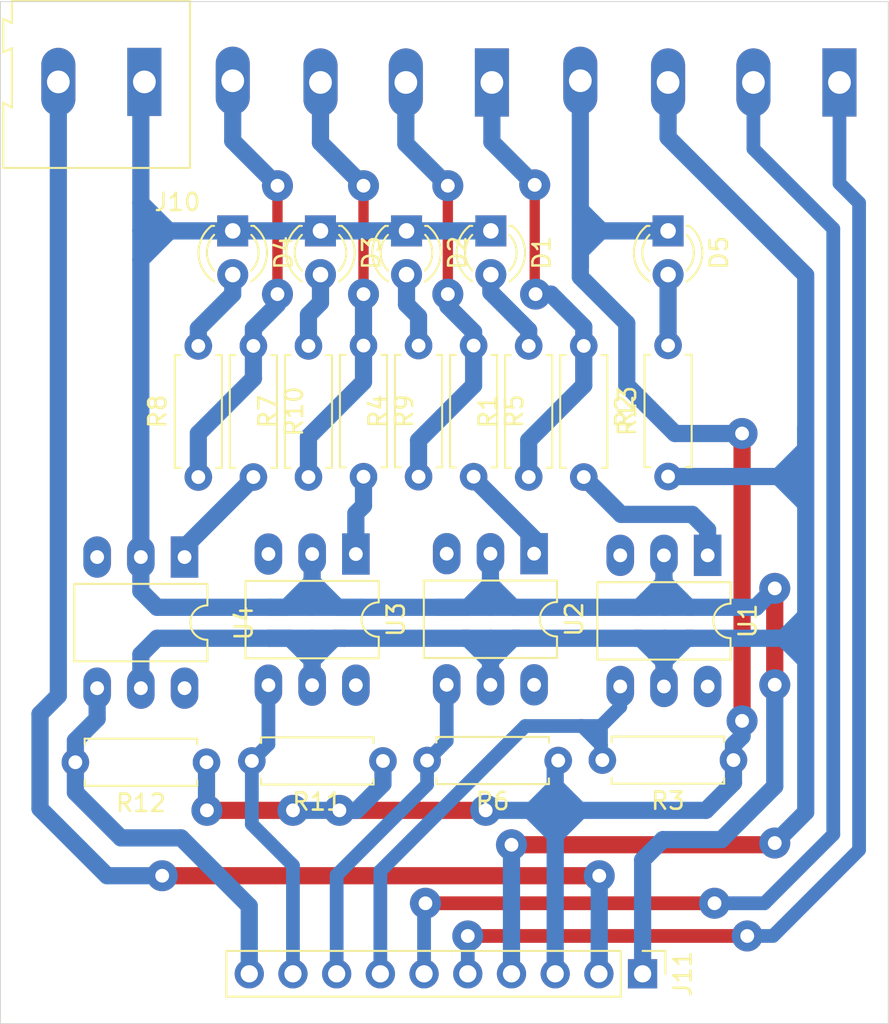
<source format=kicad_pcb>
(kicad_pcb (version 20240108) (generator "pcbnew") (generator_version "8.0")
  (layers (0 "F.Cu" signal) (31 "B.Cu" signal) (34 "B.Paste" user) (35 "F.Paste" user) (36 "B.SilkS" user "B.Silkscreen") (37 "F.SilkS" user "F.Silkscreen") (38 "B.Mask" user) (39 "F.Mask" user) (44 "Edge.Cuts" user))
  (net 0 "")
  (net 1 "/DI3m")
  (net 2 "/DI1m")
  (net 3 "GND")
  (net 4 "/DI0m")
  (net 5 "+5V")
  (net 6 "/AI0")
  (net 7 "/AI1")
  (net 8 "/DI2m")
  (net 9 "Net-(D1-A)")
  (net 10 "GND1")
  (net 11 "Net-(D2-A)")
  (net 12 "Net-(D3-A)")
  (net 13 "Net-(D4-A)")
  (net 14 "/DI0")
  (net 15 "/DI3")
  (net 16 "/DI1")
  (net 17 "/DI2")
  (net 18 "VDD")
  (net 19 "Net-(R2-Pad2)")
  (net 20 "Net-(R5-Pad2)")
  (net 21 "Net-(R9-Pad2)")
  (net 22 "Net-(R10-Pad2)")
  (net 31 "Net-(D5-A)")
  (footprint "Resistor_THT:R_Axial_DIN0207_L6.3mm_D2.5mm_P7.62mm_Horizontal" (layer "F.Cu") (at 114 95.38 180)
    (property "Reference" "R3" (at 3.81 -2.37 0) (layer "F.SilkS"))
    (property "Value" "2.2k")
    (pad "1" thru_hole circle (at 0 0 180) (size 1.6 1.6) (drill 0.8) (layers "*.Cu" "*.Mask") (net 3 "GND"))
    (pad "2" thru_hole oval (at 7.62 0 180) (size 1.6 1.6) (drill 0.8) (layers "*.Cu" "*.Mask") (net 1 "/DI3m"))
  )
  (footprint "Resistor_THT:R_Axial_DIN0207_L6.3mm_D2.5mm_P7.62mm_Horizontal" (layer "F.Cu") (at 89.3 78.93 90)
    (property "Reference" "R7" (at 3.81 -2.37 90) (layer "F.SilkS"))
    (property "Value" "2.2k")
    (pad "1" thru_hole circle (at 0 0 90) (size 1.6 1.6) (drill 0.8) (layers "*.Cu" "*.Mask") (net 16 "/DI1"))
    (pad "2" thru_hole oval (at 7.62 0 90) (size 1.6 1.6) (drill 0.8) (layers "*.Cu" "*.Mask") (net 12 "Net-(D3-A)"))
  )
  (footprint "Resistor_THT:R_Axial_DIN0207_L6.3mm_D2.5mm_P7.62mm_Horizontal" (layer "F.Cu") (at 92.5 71.29 -90)
    (property "Reference" "R9" (at 3.81 -2.37 90) (layer "F.SilkS"))
    (property "Value" "2.2k")
    (pad "1" thru_hole circle (at 0 0 270) (size 1.6 1.6) (drill 0.8) (layers "*.Cu" "*.Mask") (net 16 "/DI1"))
    (pad "2" thru_hole oval (at 7.62 0 270) (size 1.6 1.6) (drill 0.8) (layers "*.Cu" "*.Mask") (net 21 "Net-(R9-Pad2)"))
  )
  (footprint "Resistor_THT:R_Axial_DIN0207_L6.3mm_D2.5mm_P7.62mm_Horizontal" (layer "F.Cu") (at 98.9 71.29 -90)
    (property "Reference" "R5" (at 3.81 -2.37 90) (layer "F.SilkS"))
    (property "Value" "2.2k")
    (pad "1" thru_hole circle (at 0 0 270) (size 1.6 1.6) (drill 0.8) (layers "*.Cu" "*.Mask") (net 17 "/DI2"))
    (pad "2" thru_hole oval (at 7.62 0 270) (size 1.6 1.6) (drill 0.8) (layers "*.Cu" "*.Mask") (net 20 "Net-(R5-Pad2)"))
  )
  (footprint "Package_DIP:DIP-6_W7.62mm_LongPads" (layer "F.Cu") (at 92.055 83.405 -90)
    (property "Reference" "U3" (at 3.81 -2.33 90) (layer "F.SilkS"))
    (property "Value" "4N35")
    (pad "1" thru_hole rect (at 0 0 270) (size 2.4 1.6) (drill 0.8) (layers "*.Cu" "*.Mask") (net 21 "Net-(R9-Pad2)"))
    (pad "2" thru_hole oval (at 0 2.54 270) (size 2.4 1.6) (drill 0.8) (layers "*.Cu" "*.Mask") (net 10 "GND1"))
    (pad "3" thru_hole oval (at 0 5.08 270) (size 2.4 1.6) (drill 0.8) (layers "*.Cu" "*.Mask"))
    (pad "4" thru_hole oval (at 7.62 5.08 270) (size 2.4 1.6) (drill 0.8) (layers "*.Cu" "*.Mask") (net 2 "/DI1m"))
    (pad "5" thru_hole oval (at 7.62 2.54 270) (size 2.4 1.6) (drill 0.8) (layers "*.Cu" "*.Mask") (net 5 "+5V"))
    (pad "6" thru_hole oval (at 7.62 0 270) (size 2.4 1.6) (drill 0.8) (layers "*.Cu" "*.Mask"))
  )
  (footprint "Resistor_THT:R_Axial_DIN0207_L6.3mm_D2.5mm_P7.62mm_Horizontal" (layer "F.Cu") (at 95.7 78.91 90)
    (property "Reference" "R4" (at 3.81 -2.37 90) (layer "F.SilkS"))
    (property "Value" "2.2k")
    (pad "1" thru_hole circle (at 0 0 90) (size 1.6 1.6) (drill 0.8) (layers "*.Cu" "*.Mask") (net 17 "/DI2"))
    (pad "2" thru_hole oval (at 7.62 0 90) (size 1.6 1.6) (drill 0.8) (layers "*.Cu" "*.Mask") (net 11 "Net-(D2-A)"))
  )
  (footprint "Resistor_THT:R_Axial_DIN0207_L6.3mm_D2.5mm_P7.62mm_Horizontal" (layer "F.Cu") (at 86.1 71.31 -90)
    (property "Reference" "R10" (at 3.81 -2.37 90) (layer "F.SilkS"))
    (property "Value" "2.2k")
    (pad "1" thru_hole circle (at 0 0 270) (size 1.6 1.6) (drill 0.8) (layers "*.Cu" "*.Mask") (net 14 "/DI0"))
    (pad "2" thru_hole oval (at 7.62 0 270) (size 1.6 1.6) (drill 0.8) (layers "*.Cu" "*.Mask") (net 22 "Net-(R10-Pad2)"))
  )
  (footprint "Resistor_THT:R_Axial_DIN0207_L6.3mm_D2.5mm_P7.62mm_Horizontal" (layer "F.Cu") (at 102.1 78.93 90)
    (property "Reference" "R1" (at 3.81 -2.37 90) (layer "F.SilkS"))
    (property "Value" "2.2k")
    (pad "1" thru_hole circle (at 0 0 90) (size 1.6 1.6) (drill 0.8) (layers "*.Cu" "*.Mask") (net 15 "/DI3"))
    (pad "2" thru_hole oval (at 7.62 0 90) (size 1.6 1.6) (drill 0.8) (layers "*.Cu" "*.Mask") (net 9 "Net-(D1-A)"))
  )
  (footprint "Resistor_THT:R_Axial_DIN0207_L6.3mm_D2.5mm_P7.62mm_Horizontal" (layer "F.Cu") (at 110.2 78.9 90)
    (property "Reference" "R13" (at 3.81 -2.37 90) (layer "F.SilkS"))
    (property "Value" "1k")
    (pad "1" thru_hole circle (at 0 0 90) (size 1.6 1.6) (drill 0.8) (layers "*.Cu" "*.Mask") (net 5 "+5V"))
    (pad "2" thru_hole oval (at 7.62 0 90) (size 1.6 1.6) (drill 0.8) (layers "*.Cu" "*.Mask") (net 31 "Net-(D5-A)"))
  )
  (footprint "LED_THT:LED_D3.0mm_IRBlack" (layer "F.Cu") (at 90 64.625 -90)
    (property "Reference" "D3" (at 1.27 -2.96 90) (layer "F.SilkS"))
    (property "Value" "DI1")
    (pad "1" thru_hole rect (at 0 0 270) (size 1.8 1.8) (drill 0.9) (layers "*.Cu" "*.Mask") (net 10 "GND1"))
    (pad "2" thru_hole circle (at 2.54 0 270) (size 1.8 1.8) (drill 0.9) (layers "*.Cu" "*.Mask") (net 12 "Net-(D3-A)"))
  )
  (footprint "Package_DIP:DIP-6_W7.62mm_LongPads" (layer "F.Cu") (at 82.1 83.58 -90)
    (property "Reference" "U4" (at 3.835 -3.445 90) (layer "F.SilkS"))
    (property "Value" "4N35")
    (pad "1" thru_hole rect (at 0 0 270) (size 2.4 1.6) (drill 0.8) (layers "*.Cu" "*.Mask") (net 22 "Net-(R10-Pad2)"))
    (pad "2" thru_hole oval (at 0 2.54 270) (size 2.4 1.6) (drill 0.8) (layers "*.Cu" "*.Mask") (net 10 "GND1"))
    (pad "3" thru_hole oval (at 0 5.08 270) (size 2.4 1.6) (drill 0.8) (layers "*.Cu" "*.Mask"))
    (pad "4" thru_hole oval (at 7.62 5.08 270) (size 2.4 1.6) (drill 0.8) (layers "*.Cu" "*.Mask") (net 4 "/DI0m"))
    (pad "5" thru_hole oval (at 7.62 2.54 270) (size 2.4 1.6) (drill 0.8) (layers "*.Cu" "*.Mask") (net 5 "+5V"))
    (pad "6" thru_hole oval (at 7.62 0 270) (size 2.4 1.6) (drill 0.8) (layers "*.Cu" "*.Mask"))
  )
  (footprint "Borneras:TerminalBlock_Altech_AK300-2_P5.00mm" (layer "F.Cu") (at 79.765 55.9675 180)
    (property "Reference" "J10" (at -1.92 -6.99 0) (layer "F.SilkS"))
    (property "Value" "PWR_OUT")
    (pad "1" thru_hole rect (at 0 0 180) (size 1.98 3.96) (drill 1.32) (layers "*.Cu" "*.Mask") (net 10 "GND1"))
    (pad "2" thru_hole oval (at 5 0 180) (size 1.98 3.96) (drill 1.32) (layers "*.Cu" "*.Mask") (net 18 "VDD"))
  )
  (footprint "Resistor_THT:R_Axial_DIN0207_L6.3mm_D2.5mm_P7.62mm_Horizontal" (layer "F.Cu") (at 103.815 95.405 180)
    (property "Reference" "R6" (at 3.81 -2.37 0) (layer "F.SilkS"))
    (property "Value" "2.2k")
    (pad "1" thru_hole circle (at 0 0 180) (size 1.6 1.6) (drill 0.8) (layers "*.Cu" "*.Mask") (net 3 "GND"))
    (pad "2" thru_hole oval (at 7.62 0 180) (size 1.6 1.6) (drill 0.8) (layers "*.Cu" "*.Mask") (net 8 "/DI2m"))
  )
  (footprint "Borneras:TerminalBlock_Altech_AK300-4_P5.00mm" (layer "F.Cu") (at 120.2 55.9 180)
    (property "Reference" "J3" (hide yes))
    (property "Value" "AI")
    (pad "1" thru_hole rect (at 0.04 -0.1 180) (size 1.98 3.96) (drill 1.32) (layers "*.Cu" "*.Mask") (net 7 "/AI1"))
    (pad "2" thru_hole oval (at 5.04 -0.1 180) (size 1.98 3.96) (drill 1.32) (layers "*.Cu" "*.Mask") (net 6 "/AI0"))
    (pad "3" thru_hole oval (at 10 -0.1 180) (size 1.98 3.96) (drill 1.32) (layers "*.Cu" "*.Mask") (net 5 "+5V"))
    (pad "4" thru_hole oval (at 15.1 0 180) (size 1.98 3.96) (drill 1.32) (layers "*.Cu" "*.Mask") (net 3 "GND"))
  )
  (footprint "Borneras:TerminalBlock_Altech_AK300-4_P5.00mm" (layer "F.Cu") (at 100 55.9 180)
    (property "Reference" "J2" (hide yes))
    (property "Value" "DI")
    (pad "1" thru_hole rect (at 0.04 -0.1 180) (size 1.98 3.96) (drill 1.32) (layers "*.Cu" "*.Mask") (net 15 "/DI3"))
    (pad "2" thru_hole oval (at 5.04 -0.1 180) (size 1.98 3.96) (drill 1.32) (layers "*.Cu" "*.Mask") (net 17 "/DI2"))
    (pad "3" thru_hole oval (at 10 -0.1 180) (size 1.98 3.96) (drill 1.32) (layers "*.Cu" "*.Mask") (net 16 "/DI1"))
    (pad "4" thru_hole oval (at 15.1 0 180) (size 1.98 3.96) (drill 1.32) (layers "*.Cu" "*.Mask") (net 14 "/DI0"))
  )
  (footprint "Resistor_THT:R_Axial_DIN0207_L6.3mm_D2.5mm_P7.62mm_Horizontal" (layer "F.Cu") (at 83.375 95.505 180)
    (property "Reference" "R12" (at 3.81 -2.37 0) (layer "F.SilkS"))
    (property "Value" "2.2k")
    (pad "1" thru_hole circle (at 0 0 180) (size 1.6 1.6) (drill 0.8) (layers "*.Cu" "*.Mask") (net 3 "GND"))
    (pad "2" thru_hole oval (at 7.62 0 180) (size 1.6 1.6) (drill 0.8) (layers "*.Cu" "*.Mask") (net 4 "/DI0m"))
  )
  (footprint "LED_THT:LED_D3.0mm_IRBlack" (layer "F.Cu") (at 84.9 64.625 -90)
    (property "Reference" "D4" (at 1.27 -2.96 90) (layer "F.SilkS"))
    (property "Value" "DI0")
    (pad "1" thru_hole rect (at 0 0 270) (size 1.8 1.8) (drill 0.9) (layers "*.Cu" "*.Mask") (net 10 "GND1"))
    (pad "2" thru_hole circle (at 2.54 0 270) (size 1.8 1.8) (drill 0.9) (layers "*.Cu" "*.Mask") (net 13 "Net-(D4-A)"))
  )
  (footprint "LED_THT:LED_D3.0mm_IRBlack" (layer "F.Cu") (at 110.2 64.625 -90)
    (property "Reference" "D5" (at 1.27 -2.96 90) (layer "F.SilkS"))
    (property "Value" "DI3")
    (pad "1" thru_hole rect (at 0 0 270) (size 1.8 1.8) (drill 0.9) (layers "*.Cu" "*.Mask") (net 3 "GND"))
    (pad "2" thru_hole circle (at 2.54 0 270) (size 1.8 1.8) (drill 0.9) (layers "*.Cu" "*.Mask") (net 31 "Net-(D5-A)"))
  )
  (footprint "Package_DIP:DIP-6_W7.62mm_LongPads" (layer "F.Cu") (at 102.415 83.385 -90)
    (property "Reference" "U2" (at 3.81 -2.33 90) (layer "F.SilkS"))
    (property "Value" "4N35")
    (pad "1" thru_hole rect (at 0 0 270) (size 2.4 1.6) (drill 0.8) (layers "*.Cu" "*.Mask") (net 20 "Net-(R5-Pad2)"))
    (pad "2" thru_hole oval (at 0 2.54 270) (size 2.4 1.6) (drill 0.8) (layers "*.Cu" "*.Mask") (net 10 "GND1"))
    (pad "3" thru_hole oval (at 0 5.08 270) (size 2.4 1.6) (drill 0.8) (layers "*.Cu" "*.Mask"))
    (pad "4" thru_hole oval (at 7.62 5.08 270) (size 2.4 1.6) (drill 0.8) (layers "*.Cu" "*.Mask") (net 8 "/DI2m"))
    (pad "5" thru_hole oval (at 7.62 2.54 270) (size 2.4 1.6) (drill 0.8) (layers "*.Cu" "*.Mask") (net 5 "+5V"))
    (pad "6" thru_hole oval (at 7.62 0 270) (size 2.4 1.6) (drill 0.8) (layers "*.Cu" "*.Mask"))
  )
  (footprint "LED_THT:LED_D3.0mm_IRBlack" (layer "F.Cu") (at 99.9 64.625 -90)
    (property "Reference" "D1" (at 1.27 -2.96 90) (layer "F.SilkS"))
    (property "Value" "DI3")
    (pad "1" thru_hole rect (at 0 0 270) (size 1.8 1.8) (drill 0.9) (layers "*.Cu" "*.Mask") (net 10 "GND1"))
    (pad "2" thru_hole circle (at 2.54 0 270) (size 1.8 1.8) (drill 0.9) (layers "*.Cu" "*.Mask") (net 9 "Net-(D1-A)"))
  )
  (footprint "Resistor_THT:R_Axial_DIN0207_L6.3mm_D2.5mm_P7.62mm_Horizontal" (layer "F.Cu") (at 105.3 71.31 -90)
    (property "Reference" "R2" (at 3.81 -2.37 90) (layer "F.SilkS"))
    (property "Value" "2.2k")
    (pad "1" thru_hole circle (at 0 0 270) (size 1.6 1.6) (drill 0.8) (layers "*.Cu" "*.Mask") (net 15 "/DI3"))
    (pad "2" thru_hole oval (at 7.62 0 270) (size 1.6 1.6) (drill 0.8) (layers "*.Cu" "*.Mask") (net 19 "Net-(R2-Pad2)"))
  )
  (footprint "LED_THT:LED_D3.0mm_IRBlack" (layer "F.Cu") (at 95 64.625 -90)
    (property "Reference" "D2" (at 1.27 -2.96 90) (layer "F.SilkS"))
    (property "Value" "DI2")
    (pad "1" thru_hole rect (at 0 0 270) (size 1.8 1.8) (drill 0.9) (layers "*.Cu" "*.Mask") (net 10 "GND1"))
    (pad "2" thru_hole circle (at 2.54 0 270) (size 1.8 1.8) (drill 0.9) (layers "*.Cu" "*.Mask") (net 11 "Net-(D2-A)"))
  )
  (footprint "Connector_PinHeader_2.54mm:PinHeader_1x10_P2.54mm_Vertical" (layer "F.Cu") (at 108.72 107.8 -90)
    (property "Reference" "J11" (at 0 -2.33 90) (layer "F.SilkS"))
    (property "Value" "INPUTS")
    (pad "1" thru_hole rect (at 0 0 270) (size 1.7 1.7) (drill 1) (layers "*.Cu" "*.Mask") (net 10 "GND1"))
    (pad "2" thru_hole oval (at 0 2.54 270) (size 1.7 1.7) (drill 1) (layers "*.Cu" "*.Mask") (net 18 "VDD"))
    (pad "3" thru_hole oval (at 0 5.08 270) (size 1.7 1.7) (drill 1) (layers "*.Cu" "*.Mask") (net 3 "GND"))
    (pad "4" thru_hole oval (at 0 7.62 270) (size 1.7 1.7) (drill 1) (layers "*.Cu" "*.Mask") (net 5 "+5V"))
    (pad "5" thru_hole oval (at 0 10.16 270) (size 1.7 1.7) (drill 1) (layers "*.Cu" "*.Mask") (net 7 "/AI1"))
    (pad "6" thru_hole oval (at 0 12.7 270) (size 1.7 1.7) (drill 1) (layers "*.Cu" "*.Mask") (net 6 "/AI0"))
    (pad "7" thru_hole oval (at 0 15.24 270) (size 1.7 1.7) (drill 1) (layers "*.Cu" "*.Mask") (net 1 "/DI3m"))
    (pad "8" thru_hole oval (at 0 17.78 270) (size 1.7 1.7) (drill 1) (layers "*.Cu" "*.Mask") (net 8 "/DI2m"))
    (pad "9" thru_hole oval (at 0 20.32 270) (size 1.7 1.7) (drill 1) (layers "*.Cu" "*.Mask") (net 2 "/DI1m"))
    (pad "10" thru_hole oval (at 0 22.86 270) (size 1.7 1.7) (drill 1) (layers "*.Cu" "*.Mask") (net 4 "/DI0m"))
  )
  (footprint "Resistor_THT:R_Axial_DIN0207_L6.3mm_D2.5mm_P7.62mm_Horizontal" (layer "F.Cu") (at 82.9 78.93 90)
    (property "Reference" "R8" (at 3.81 -2.37 90) (layer "F.SilkS"))
    (property "Value" "2.2k")
    (pad "1" thru_hole circle (at 0 0 90) (size 1.6 1.6) (drill 0.8) (layers "*.Cu" "*.Mask") (net 14 "/DI0"))
    (pad "2" thru_hole oval (at 7.62 0 90) (size 1.6 1.6) (drill 0.8) (layers "*.Cu" "*.Mask") (net 13 "Net-(D4-A)"))
  )
  (footprint "Package_DIP:DIP-6_W7.62mm_LongPads" (layer "F.Cu") (at 112.5 83.48 -90)
    (property "Reference" "U1" (at 3.81 -2.33 90) (layer "F.SilkS"))
    (property "Value" "4N35")
    (pad "1" thru_hole rect (at 0 0 270) (size 2.4 1.6) (drill 0.8) (layers "*.Cu" "*.Mask") (net 19 "Net-(R2-Pad2)"))
    (pad "2" thru_hole oval (at 0 2.54 270) (size 2.4 1.6) (drill 0.8) (layers "*.Cu" "*.Mask") (net 10 "GND1"))
    (pad "3" thru_hole oval (at 0 5.08 270) (size 2.4 1.6) (drill 0.8) (layers "*.Cu" "*.Mask"))
    (pad "4" thru_hole oval (at 7.62 5.08 270) (size 2.4 1.6) (drill 0.8) (layers "*.Cu" "*.Mask") (net 1 "/DI3m"))
    (pad "5" thru_hole oval (at 7.62 2.54 270) (size 2.4 1.6) (drill 0.8) (layers "*.Cu" "*.Mask") (net 5 "+5V"))
    (pad "6" thru_hole oval (at 7.62 0 270) (size 2.4 1.6) (drill 0.8) (layers "*.Cu" "*.Mask"))
  )
  (footprint "Resistor_THT:R_Axial_DIN0207_L6.3mm_D2.5mm_P7.62mm_Horizontal" (layer "F.Cu") (at 93.63 95.43 180)
    (property "Reference" "R11" (at 3.81 -2.37 0) (layer "F.SilkS"))
    (property "Value" "2.2k")
    (pad "1" thru_hole circle (at 0 0 180) (size 1.6 1.6) (drill 0.8) (layers "*.Cu" "*.Mask") (net 3 "GND"))
    (pad "2" thru_hole oval (at 7.62 0 180) (size 1.6 1.6) (drill 0.8) (layers "*.Cu" "*.Mask") (net 2 "/DI1m"))
  )
  (gr_rect (start 71.4 51.3) (end 123 110.7) (stroke (width 0.05)) (fill none) (layer "Edge.Cuts"))
  (segment (start 106.3 93.4) (end 107.42 92.28) (width 0.8) (layer "B.Cu") (net 1))
  (segment (start 105.1 93.4) (end 105.2 93.4) (width 0.8) (layer "B.Cu") (net 1))
  (segment (start 101.9 93.4) (end 105.1 93.4) (width 0.8) (layer "B.Cu") (net 1))
  (segment (start 106.3 94.5) (end 106.3 95.3) (width 0.8) (layer "B.Cu") (net 1))
  (segment (start 105.2 93.4) (end 106.3 94.5) (width 0.8) (layer "B.Cu") (net 1))
  (segment (start 93.48 101.82) (end 101.9 93.4) (width 0.8) (layer "B.Cu") (net 1))
  (segment (start 105.1 93.4) (end 106.3 93.4) (width 0.8) (layer "B.Cu") (net 1))
  (segment (start 107.42 92.28) (end 107.42 91.1) (width 0.8) (layer "B.Cu") (net 1))
  (segment (start 93.48 107.8) (end 93.48 101.82) (width 0.8) (layer "B.Cu") (net 1))
  (segment (start 106.3 95.3) (end 106.38 95.38) (width 0.8) (layer "B.Cu") (net 1))
  (segment (start 106.3 93.4) (end 106.3 94.5) (width 0.8) (layer "B.Cu") (net 1))
  (segment (start 88.4 101.5) (end 88.4 107.8) (width 0.8) (layer "B.Cu") (net 2))
  (segment (start 86.975 91.025) (end 86.975 94.465) (width 0.8) (layer "B.Cu") (net 2))
  (segment (start 86.975 94.465) (end 86.01 95.43) (width 0.8) (layer "B.Cu") (net 2))
  (segment (start 86.01 95.43) (end 86.01 99.11) (width 0.8) (layer "B.Cu") (net 2))
  (segment (start 86.01 99.11) (end 88.4 101.5) (width 0.8) (layer "B.Cu") (net 2))
  (segment (start 114.5 76.4) (end 114.5 93.1) (width 1) (layer "F.Cu") (net 3))
  (segment (start 88.4 98.3) (end 83.4 98.3) (width 1) (layer "F.Cu") (net 3))
  (segment (start 99.6 98.3) (end 91.1 98.3) (width 1) (layer "F.Cu") (net 3))
  (via (at 114.5 93.1) (size 1.8) (drill 0.8) (layers "F.Cu" "B.Cu") (net 3))
  (via (at 88.4 98.3) (size 1.8) (drill 0.8) (layers "F.Cu" "B.Cu") (net 3))
  (via (at 83.4 98.3) (size 1.8) (drill 0.8) (layers "F.Cu" "B.Cu") (net 3))
  (via (at 99.6 98.3) (size 1.8) (drill 0.8) (layers "F.Cu" "B.Cu") (net 3))
  (via (at 114.5 76.4) (size 1.8) (drill 0.8) (layers "F.Cu" "B.Cu") (net 3))
  (via (at 91.1 98.3) (size 1.8) (drill 0.8) (layers "F.Cu" "B.Cu") (net 3))
  (segment (start 114.5 93.1) (end 114.5 94) (width 1) (layer "B.Cu") (net 3))
  (segment (start 105.1 66.7) (end 105.1 65.825) (width 1) (layer "B.Cu") (net 3))
  (segment (start 106.3 64.6) (end 105.1 63.4) (width 1) (layer "B.Cu") (net 3))
  (segment (start 83.375 98.275) (end 83.4 98.3) (width 1) (layer "B.Cu") (net 3))
  (segment (start 93.63 96.77) (end 92.1 98.3) (width 1) (layer "B.Cu") (net 3))
  (segment (start 103.64 107.8) (end 103.64 99.8) (width 1) (layer "B.Cu") (net 3))
  (segment (start 103.64 96.9) (end 103.64 96.96) (width 1) (layer "B.Cu") (net 3))
  (segment (start 105.1 64.7) (end 105.1 63.4) (width 1) (layer "B.Cu") (net 3))
  (segment (start 105.175 64.625) (end 105.1 64.7) (width 1) (layer "B.Cu") (net 3))
  (segment (start 106.3 64.625) (end 105.175 64.625) (width 1) (layer "B.Cu") (net 3))
  (segment (start 103.64 99.76) (end 105.1 98.3) (width 1) (layer "B.Cu") (net 3))
  (segment (start 105.1 63.4) (end 105.1 55.9) (width 1) (layer "B.Cu") (net 3))
  (segment (start 105.1 66.7) (end 105.1 64.7) (width 1) (layer "B.Cu") (net 3))
  (segment (start 107.8 73.6) (end 107.8 70) (width 1) (layer "B.Cu") (net 3))
  (segment (start 105.1 98.3) (end 105.04 98.3) (width 1) (layer "B.Cu") (net 3))
  (segment (start 110.6 76.4) (end 107.8 73.6) (width 1) (layer "B.Cu") (net 3))
  (segment (start 93.63 95.43) (end 93.63 96.77) (width 1) (layer "B.Cu") (net 3))
  (segment (start 91.1 98.3) (end 88.4 98.3) (width 1) (layer "B.Cu") (net 3))
  (segment (start 106.3 64.625) (end 106.3 64.6) (width 1) (layer "B.Cu") (net 3))
  (segment (start 83.375 95.505) (end 83.375 98.275) (width 1) (layer "B.Cu") (net 3))
  (segment (start 103.64 99.8) (end 103.64 99.76) (width 1) (layer "B.Cu") (net 3))
  (segment (start 110.2 64.625) (end 106.3 64.625) (width 1) (layer "B.Cu") (net 3))
  (segment (start 103.64 96.96) (end 102.3 98.3) (width 1) (layer "B.Cu") (net 3))
  (segment (start 105.04 98.3) (end 103.64 96.9) (width 1) (layer "B.Cu") (net 3))
  (segment (start 103.64 98.3) (end 102.3 98.3) (width 1) (layer "B.Cu") (net 3))
  (segment (start 107.8 70) (end 105.1 67.3) (width 1) (layer "B.Cu") (net 3))
  (segment (start 105.1 98.3) (end 103.64 98.3) (width 1) (layer "B.Cu") (net 3))
  (segment (start 103.64 99.8) (end 103.64 98.3) (width 1) (layer "B.Cu") (net 3))
  (segment (start 114 94.5) (end 114 95.38) (width 1) (layer "B.Cu") (net 3))
  (segment (start 102.3 98.42) (end 103.64 99.76) (width 1) (layer "B.Cu") (net 3))
  (segment (start 105.1 65.825) (end 106.3 64.625) (width 1) (layer "B.Cu") (net 3))
  (segment (start 102.3 98.3) (end 102.3 98.42) (width 1) (layer "B.Cu") (net 3))
  (segment (start 105.1 67.3) (end 105.1 66.7) (width 1) (layer "B.Cu") (net 3))
  (segment (start 103.64 96.9) (end 103.64 95.58) (width 1) (layer "B.Cu") (net 3))
  (segment (start 112.4 98.3) (end 105.1 98.3) (width 1) (layer "B.Cu") (net 3))
  (segment (start 114.5 94) (end 114 94.5) (width 1) (layer "B.Cu") (net 3))
  (segment (start 103.64 98.3) (end 103.64 96.9) (width 1) (layer "B.Cu") (net 3))
  (segment (start 92.1 98.3) (end 91.1 98.3) (width 1) (layer "B.Cu") (net 3))
  (segment (start 114.5 76.4) (end 110.6 76.4) (width 1) (layer "B.Cu") (net 3))
  (segment (start 102.3 98.3) (end 99.6 98.3) (width 1) (layer "B.Cu") (net 3))
  (segment (start 103.64 95.58) (end 103.815 95.405) (width 1) (layer "B.Cu") (net 3))
  (segment (start 114 95.38) (end 114 96.7) (width 1) (layer "B.Cu") (net 3))
  (segment (start 114 96.7) (end 112.4 98.3) (width 1) (layer "B.Cu") (net 3))
  (segment (start 75.755 94.245) (end 75.755 95.505) (width 1) (layer "B.Cu") (net 4))
  (segment (start 77.02 91.2) (end 77.02 92.98) (width 1) (layer "B.Cu") (net 4))
  (segment (start 75.755 95.505) (end 75.755 97.255) (width 1) (layer "B.Cu") (net 4))
  (segment (start 78.4 99.9) (end 81.9 99.9) (width 1) (layer "B.Cu") (net 4))
  (segment (start 81.9 99.9) (end 85.86 103.86) (width 1) (layer "B.Cu") (net 4))
  (segment (start 75.755 97.255) (end 78.4 99.9) (width 1) (layer "B.Cu") (net 4))
  (segment (start 77.02 92.98) (end 75.755 94.245) (width 1) (layer "B.Cu") (net 4))
  (segment (start 85.86 103.86) (end 85.86 107.8) (width 1) (layer "B.Cu") (net 4))
  (segment (start 116.3 100.3) (end 101.1 100.3) (width 1) (layer "F.Cu") (net 5))
  (segment (start 116.4 100.2) (end 116.3 100.3) (width 1) (layer "F.Cu") (net 5))
  (via (at 116.4 100.2) (size 1.8) (drill 0.8) (layers "F.Cu" "B.Cu") (net 5))
  (via (at 101.1 100.3) (size 1.8) (drill 0.8) (layers "F.Cu" "B.Cu") (net 5))
  (segment (start 118.2 88.3) (end 116.4 88.3) (width 1) (layer "B.Cu") (net 5))
  (segment (start 98.3 88.3) (end 98.55 88.3) (width 1) (layer "B.Cu") (net 5))
  (segment (start 90.8 88.3) (end 89.515 89.585) (width 1) (layer "B.Cu") (net 5))
  (segment (start 109.96 89.64) (end 111.3 88.3) (width 1) (layer "B.Cu") (net 5))
  (segment (start 99.875 89.8) (end 99.875 88.325) (width 1) (layer "B.Cu") (net 5))
  (segment (start 118.2 67.2) (end 118.2 76.1) (width 1) (layer "B.Cu") (net 5))
  (segment (start 111.6 88.3) (end 110 88.3) (width 1) (layer "B.Cu") (net 5))
  (segment (start 101.5 88.3) (end 108.3 88.3) (width 1) (layer "B.Cu") (net 5))
  (segment (start 101.5 88.3) (end 101.2 88.3) (width 1) (layer "B.Cu") (net 5))
  (segment (start 89.515 89.9) (end 89.515 88.315) (width 1) (layer "B.Cu") (net 5))
  (segment (start 118.2 86.9) (end 118.2 88.3) (width 1) (layer "B.Cu") (net 5))
  (segment (start 116.4 88.3) (end 116.9 88.3) (width 1) (layer "B.Cu") (net 5))
  (segment (start 80.5 88.3) (end 87 88.3) (width 1) (layer "B.Cu") (net 5))
  (segment (start 111.3 88.3) (end 111.6 88.3) (width 1) (layer "B.Cu") (net 5))
  (segment (start 118.2 78.9) (end 118.2 80.5) (width 1) (layer "B.Cu") (net 5))
  (segment (start 79.56 89.24) (end 80.5 88.3) (width 1) (layer "B.Cu") (net 5))
  (segment (start 89.515 88.315) (end 89.5 88.3) (width 1) (layer "B.Cu") (net 5))
  (segment (start 108.3 88.3) (end 110 88.3) (width 1) (layer "B.Cu") (net 5))
  (segment (start 99.875 89.625) (end 99.875 91.005) (width 1) (layer "B.Cu") (net 5))
  (segment (start 110.2 78.9) (end 116.6 78.9) (width 1) (layer "B.Cu") (net 5))
  (segment (start 109.96 89.9) (end 109.96 89.66) (width 1) (layer "B.Cu") (net 5))
  (segment (start 116.4 100.2) (end 118.2 98.4) (width 1) (layer "B.Cu") (net 5))
  (segment (start 118.2 89.6) (end 118.2 88.3) (width 1) (layer "B.Cu") (net 5))
  (segment (start 116.9 88.3) (end 118.2 89.6) (width 1) (layer "B.Cu") (net 5))
  (segment (start 110.2 56) (end 110.2 59.2) (width 1) (layer "B.Cu") (net 5))
  (segment (start 87 88.3) (end 89.5 88.3) (width 1) (layer "B.Cu") (net 5))
  (segment (start 79.56 91.2) (end 79.56 89.24) (width 1) (layer "B.Cu") (net 5))
  (segment (start 88.23 88.3) (end 89.515 89.585) (width 1) (layer "B.Cu") (net 5))
  (segment (start 109.96 89.9) (end 109.96 89.64) (width 1) (layer "B.Cu") (net 5))
  (segment (start 87 88.3) (end 88.23 88.3) (width 1) (layer "B.Cu") (net 5))
  (segment (start 109.96 88.34) (end 109.96 89.9) (width 1) (layer "B.Cu") (net 5))
  (segment (start 116.9 88.3) (end 118.2 87) (width 1) (layer "B.Cu") (net 5))
  (segment (start 118.2 98.4) (end 118.2 89.6) (width 1) (layer "B.Cu") (net 5))
  (segment (start 116.6 78.9) (end 118.2 78.9) (width 1) (layer "B.Cu") (net 5))
  (segment (start 98.55 88.3) (end 99.875 89.625) (width 1) (layer "B.Cu") (net 5))
  (segment (start 109.96 89.9) (end 109.96 91.1) (width 1) (layer "B.Cu") (net 5))
  (segment (start 99.875 89.625) (end 99.875 89.8) (width 1) (layer "B.Cu") (net 5))
  (segment (start 89.5 88.3) (end 91.4 88.3) (width 1) (layer "B.Cu") (net 5))
  (segment (start 108.6 88.3) (end 108.3 88.3) (width 1) (layer "B.Cu") (net 5))
  (segment (start 91.4 88.3) (end 90.8 88.3) (width 1) (layer "B.Cu") (net 5))
  (segment (start 118.2 76.1) (end 118.2 78.9) (width 1) (layer "B.Cu") (net 5))
  (segment (start 101.1 107.8) (end 101.1 100.3) (width 1) (layer "B.Cu") (net 5))
  (segment (start 118.2 76.1) (end 118.2 77.3) (width 1) (layer "B.Cu") (net 5))
  (segment (start 118.2 80.5) (end 118.2 86.9) (width 1) (layer "B.Cu") (net 5))
  (segment (start 110 88.3) (end 109.96 88.34) (width 1) (layer "B.Cu") (net 5))
  (segment (start 118.2 77.3) (end 116.6 78.9) (width 1) (layer "B.Cu") (net 5))
  (segment (start 89.515 91.025) (end 89.515 89.9) (width 1) (layer "B.Cu") (net 5))
  (segment (start 116.6 78.9) (end 118.2 80.5) (width 1) (layer "B.Cu") (net 5))
  (segment (start 91.4 88.3) (end 98.3 88.3) (width 1) (layer "B.Cu") (net 5))
  (segment (start 99.875 91.005) (end 99.875 89.8) (width 1) (layer "B.Cu") (net 5))
  (segment (start 110.2 59.2) (end 118.2 67.2) (width 1) (layer "B.Cu") (net 5))
  (segment (start 118.2 87) (end 118.2 86.9) (width 1) (layer "B.Cu") (net 5))
  (segment (start 116.4 88.3) (end 111.6 88.3) (width 1) (layer "B.Cu") (net 5))
  (segment (start 89.515 89.585) (end 89.515 89.9) (width 1) (layer "B.Cu") (net 5))
  (segment (start 99.9 88.3) (end 101.5 88.3) (width 1) (layer "B.Cu") (net 5))
  (segment (start 101.2 88.3) (end 99.875 89.625) (width 1) (layer "B.Cu") (net 5))
  (segment (start 109.96 89.66) (end 108.6 88.3) (width 1) (layer "B.Cu") (net 5))
  (segment (start 98.3 88.3) (end 99.9 88.3) (width 1) (layer "B.Cu") (net 5))
  (segment (start 99.875 88.325) (end 99.9 88.3) (width 1) (layer "B.Cu") (net 5))
  (segment (start 112.9 103.7) (end 96.1 103.7) (width 0.8) (layer "F.Cu") (net 6))
  (via (at 96.1 103.7) (size 1.8) (drill 0.8) (layers "F.Cu" "B.Cu") (net 6))
  (via (at 112.9 103.7) (size 1.8) (drill 0.8) (layers "F.Cu" "B.Cu") (net 6))
  (segment (start 119.8 99.7) (end 119.8 64.5) (width 0.8) (layer "B.Cu") (net 6))
  (segment (start 96.02 103.78) (end 96.02 107.8) (width 0.8) (layer "B.Cu") (net 6))
  (segment (start 115.8 103.7) (end 119.8 99.7) (width 0.8) (layer "B.Cu") (net 6))
  (segment (start 115.16 59.86) (end 115.16 56) (width 0.8) (layer "B.Cu") (net 6))
  (segment (start 119.8 64.5) (end 115.16 59.86) (width 0.8) (layer "B.Cu") (net 6))
  (segment (start 112.9 103.7) (end 115.8 103.7) (width 0.8) (layer "B.Cu") (net 6))
  (segment (start 96.1 103.7) (end 96.02 103.78) (width 0.8) (layer "B.Cu") (net 6))
  (segment (start 114.8 105.6) (end 98.56 105.6) (width 0.8) (layer "F.Cu") (net 7))
  (via (at 98.56 105.6) (size 1.8) (drill 0.8) (layers "F.Cu" "B.Cu") (net 7))
  (via (at 114.8 105.6) (size 1.8) (drill 0.8) (layers "F.Cu" "B.Cu") (net 7))
  (segment (start 121.3 63) (end 120.16 61.86) (width 0.8) (layer "B.Cu") (net 7))
  (segment (start 114.8 105.6) (end 116.3 105.6) (width 0.8) (layer "B.Cu") (net 7))
  (segment (start 120.16 61.86) (end 120.16 56) (width 0.8) (layer "B.Cu") (net 7))
  (segment (start 121.3 100.6) (end 121.3 63) (width 0.8) (layer "B.Cu") (net 7))
  (segment (start 98.56 105.6) (end 98.56 107.8) (width 0.8) (layer "B.Cu") (net 7))
  (segment (start 116.3 105.6) (end 121.3 100.6) (width 0.8) (layer "B.Cu") (net 7))
  (segment (start 90.94 107.8) (end 90.94 102.06) (width 0.8) (layer "B.Cu") (net 8))
  (segment (start 97.335 91.005) (end 97.335 94.265) (width 0.8) (layer "B.Cu") (net 8))
  (segment (start 90.94 102.06) (end 96.195 96.805) (width 0.8) (layer "B.Cu") (net 8))
  (segment (start 97.335 94.265) (end 96.195 95.405) (width 0.8) (layer "B.Cu") (net 8))
  (segment (start 96.195 96.805) (end 96.195 95.405) (width 0.8) (layer "B.Cu") (net 8))
  (segment (start 99.9 68.2) (end 102.1 70.4) (width 1) (layer "B.Cu") (net 9))
  (segment (start 102.1 70.4) (end 102.1 71.31) (width 1) (layer "B.Cu") (net 9))
  (segment (start 99.9 67.165) (end 99.9 68.2) (width 1) (layer "B.Cu") (net 9))
  (segment (start 116.4 91) (end 116.4 85.4) (width 1) (layer "F.Cu") (net 10))
  (via (at 116.4 91) (size 1.8) (drill 0.8) (layers "F.Cu" "B.Cu") (net 10))
  (via (at 116.4 85.4) (size 1.8) (drill 0.8) (layers "F.Cu" "B.Cu") (net 10))
  (segment (start 99.875 85.175) (end 101.2 86.5) (width 1) (layer "B.Cu") (net 10))
  (segment (start 109.96 84.8) (end 109.96 84.84) (width 1) (layer "B.Cu") (net 10))
  (segment (start 109.96 85.06) (end 108.52 86.5) (width 1) (layer "B.Cu") (net 10))
  (segment (start 80.5 86.5) (end 87 86.5) (width 1) (layer "B.Cu") (net 10))
  (segment (start 81.235 64.625) (end 79.56 66.3) (width 1) (layer "B.Cu") (net 10))
  (segment (start 96.9 86.5) (end 99.9 86.5) (width 1) (layer "B.Cu") (net 10))
  (segment (start 95 64.625) (end 90 64.625) (width 1) (layer "B.Cu") (net 10))
  (segment (start 109.96 84.84) (end 109.96 85.06) (width 1) (layer "B.Cu") (net 10))
  (segment (start 81.4 64.625) (end 81.235 64.625) (width 1) (layer "B.Cu") (net 10))
  (segment (start 79.585 64.625) (end 79.56 64.6) (width 1) (layer "B.Cu") (net 10))
  (segment (start 110 86.5) (end 111.6 86.5) (width 1) (layer "B.Cu") (net 10))
  (segment (start 101.4 86.5) (end 108.3 86.5) (width 1) (layer "B.Cu") (net 10))
  (segment (start 79.56 66.3) (end 79.56 83.58) (width 1) (layer "B.Cu") (net 10))
  (segment (start 87 86.5) (end 88.03 86.5) (width 1) (layer "B.Cu") (net 10))
  (segment (start 84.9 64.625) (end 81.4 64.625) (width 1) (layer "B.Cu") (net 10))
  (segment (start 89.5 86.5) (end 92.4 86.5) (width 1) (layer "B.Cu") (net 10))
  (segment (start 88.03 86.5) (end 89.515 85.015) (width 1) (layer "B.Cu") (net 10))
  (segment (start 99.875 86.475) (end 99.9 86.5) (width 1) (layer "B.Cu") (net 10))
  (segment (start 90 64.625) (end 84.9 64.625) (width 1) (layer "B.Cu") (net 10))
  (segment (start 89.515 86.485) (end 89.5 86.5) (width 1) (layer "B.Cu") (net 10))
  (segment (start 116.4 96.9) (end 113.3 100) (width 1) (layer "B.Cu") (net 10))
  (segment (start 111.6 86.5) (end 115.3 86.5) (width 1) (layer "B.Cu") (net 10))
  (segment (start 81.185 64.625) (end 79.56 63) (width 1) (layer "B.Cu") (net 10))
  (segment (start 99.9 86.5) (end 101.4 86.5) (width 1) (layer "B.Cu") (net 10))
  (segment (start 79.56 56.1725) (end 79.56 63) (width 1) (layer "B.Cu") (net 10))
  (segment (start 87 86.5) (end 89.5 86.5) (width 1) (layer "B.Cu") (net 10))
  (segment (start 79.56 63) (end 79.56 64.6) (width 1) (layer "B.Cu") (net 10))
  (segment (start 92.4 86.5) (end 91 86.5) (width 1) (layer "B.Cu") (net 10))
  (segment (start 79.56 83.58) (end 79.56 85.56) (width 1) (layer "B.Cu") (net 10))
  (segment (start 99.875 84.9) (end 99.875 86.475) (width 1) (layer "B.Cu") (net 10))
  (segment (start 99.875 83.385) (end 99.875 84.9) (width 1) (layer "B.Cu") (net 10))
  (segment (start 98.55 86.5) (end 99.875 85.175) (width 1) (layer "B.Cu") (net 10))
  (segment (start 111.4 86.5) (end 111.6 86.5) (width 1) (layer "B.Cu") (net 10))
  (segment (start 99.875 84.9) (end 99.875 85.175) (width 1) (layer "B.Cu") (net 10))
  (segment (start 109.96 86.46) (end 110 86.5) (width 1) (layer "B.Cu") (net 10))
  (segment (start 96.9 86.5) (end 98.55 86.5) (width 1) (layer "B.Cu") (net 10))
  (segment (start 109.9 100) (end 108.72 101.18) (width 1) (layer "B.Cu") (net 10))
  (segment (start 108.52 86.5) (end 108.3 86.5) (width 1) (layer "B.Cu") (net 10))
  (segment (start 108.3 86.5) (end 110 86.5) (width 1) (layer "B.Cu") (net 10))
  (segment (start 108.72 101.18) (end 108.72 107.8) (width 1) (layer "B.Cu") (net 10))
  (segment (start 92.4 86.5) (end 96.9 86.5) (width 1) (layer "B.Cu") (net 10))
  (segment (start 99.9 64.625) (end 95 64.625) (width 1) (layer "B.Cu") (net 10))
  (segment (start 115.3 86.5) (end 116.4 85.4) (width 1) (layer "B.Cu") (net 10))
  (segment (start 89.515 84.8) (end 89.515 86.485) (width 1) (layer "B.Cu") (net 10))
  (segment (start 89.515 85.015) (end 89.515 84.8) (width 1) (layer "B.Cu") (net 10))
  (segment (start 91 86.5) (end 89.515 85.015) (width 1) (layer "B.Cu") (net 10))
  (segment (start 113.3 100) (end 109.9 100) (width 1) (layer "B.Cu") (net 10))
  (segment (start 109.96 84.8) (end 109.96 86.46) (width 1) (layer "B.Cu") (net 10))
  (segment (start 109.96 85.06) (end 111.4 86.5) (width 1) (layer "B.Cu") (net 10))
  (segment (start 116.4 91) (end 116.4 96.9) (width 1) (layer "B.Cu") (net 10))
  (segment (start 89.515 83.405) (end 89.515 84.8) (width 1) (layer "B.Cu") (net 10))
  (segment (start 81.4 64.625) (end 79.585 64.625) (width 1) (layer "B.Cu") (net 10))
  (segment (start 81.235 64.625) (end 81.185 64.625) (width 1) (layer "B.Cu") (net 10))
  (segment (start 79.56 85.56) (end 80.5 86.5) (width 1) (layer "B.Cu") (net 10))
  (segment (start 79.765 55.9675) (end 79.56 56.1725) (width 1) (layer "B.Cu") (net 10))
  (segment (start 79.56 64.6) (end 79.56 66.3) (width 1) (layer "B.Cu") (net 10))
  (segment (start 101.2 86.5) (end 101.4 86.5) (width 1) (layer "B.Cu") (net 10))
  (segment (start 109.96 83.48) (end 109.96 84.8) (width 1) (layer "B.Cu") (net 10))
  (segment (start 95.7 69.6) (end 95.7 71.29) (width 1) (layer "B.Cu") (net 11))
  (segment (start 95 67.165) (end 95 68.9) (width 1) (layer "B.Cu") (net 11))
  (segment (start 95 68.9) (end 95.7 69.6) (width 1) (layer "B.Cu") (net 11))
  (segment (start 90 67.165) (end 90 68.8) (width 1) (layer "B.Cu") (net 12))
  (segment (start 90 68.8) (end 89.3 69.5) (width 1) (layer "B.Cu") (net 12))
  (segment (start 89.3 69.5) (end 89.3 71.31) (width 1) (layer "B.Cu") (net 12))
  (segment (start 84.9 67.165) (end 84.9 68.3) (width 1) (layer "B.Cu") (net 13))
  (segment (start 82.9 70.3) (end 82.9 71.31) (width 1) (layer "B.Cu") (net 13))
  (segment (start 84.9 68.3) (end 82.9 70.3) (width 1) (layer "B.Cu") (net 13))
  (segment (start 87.5 62) (end 87.5 68.3) (width 0.6) (layer "F.Cu") (net 14))
  (via (at 87.5 68.3) (size 1.8) (drill 0.8) (layers "F.Cu" "B.Cu") (net 14))
  (via (at 87.5 62) (size 1.8) (drill 0.8) (layers "F.Cu" "B.Cu") (net 14))
  (segment (start 86.1 73.2) (end 86.1 71.31) (width 1) (layer "B.Cu") (net 14))
  (segment (start 82.9 76.4) (end 86.1 73.2) (width 1) (layer "B.Cu") (net 14))
  (segment (start 82.9 78.93) (end 82.9 76.4) (width 1) (layer "B.Cu") (net 14))
  (segment (start 87.5 68.3) (end 87.5 68.9) (width 0.6) (layer "B.Cu") (net 14))
  (segment (start 84.9 55.9) (end 84.9 59.4) (width 1) (layer "B.Cu") (net 14))
  (segment (start 84.9 59.4) (end 87.5 62) (width 1) (layer "B.Cu") (net 14))
  (segment (start 87.5 68.9) (end 86.1 70.3) (width 1) (layer "B.Cu") (net 14))
  (segment (start 86.1 70.3) (end 86.1 71.31) (width 1) (layer "B.Cu") (net 14))
  (segment (start 102.45 68.25) (end 102.5 68.3) (width 0.6) (layer "F.Cu") (net 15))
  (segment (start 102.45 61.95) (end 102.45 68.25) (width 0.6) (layer "F.Cu") (net 15))
  (via (at 102.45 61.95) (size 1.8) (drill 0.8) (layers "F.Cu" "B.Cu") (net 15))
  (via (at 102.5 68.3) (size 1.8) (drill 0.8) (layers "F.Cu" "B.Cu") (net 15))
  (segment (start 103.4 68.3) (end 105.3 70.2) (width 1) (layer "B.Cu") (net 15))
  (segment (start 102.1 76.8) (end 105.3 73.6) (width 1) (layer "B.Cu") (net 15))
  (segment (start 102.5 68.3) (end 103.4 68.3) (width 1) (layer "B.Cu") (net 15))
  (segment (start 105.3 70.2) (end 105.3 71.31) (width 1) (layer "B.Cu") (net 15))
  (segment (start 102.45 61.95) (end 102.5 61.9) (width 0.6) (layer "B.Cu") (net 15))
  (segment (start 102.1 78.93) (end 102.1 76.8) (width 1) (layer "B.Cu") (net 15))
  (segment (start 102.45 61.95) (end 99.96 59.46) (width 1) (layer "B.Cu") (net 15))
  (segment (start 99.96 59.46) (end 99.96 56) (width 1) (layer "B.Cu") (net 15))
  (segment (start 105.3 73.6) (end 105.3 71.31) (width 1) (layer "B.Cu") (net 15))
  (segment (start 92.5 62) (end 92.5 68.3) (width 0.6) (layer "F.Cu") (net 16))
  (via (at 92.5 68.3) (size 1.8) (drill 0.8) (layers "F.Cu" "B.Cu") (net 16))
  (via (at 92.5 62) (size 1.8) (drill 0.8) (layers "F.Cu" "B.Cu") (net 16))
  (segment (start 92.5 71.29) (end 92.5 68.3) (width 1) (layer "B.Cu") (net 16))
  (segment (start 90 56) (end 90 59.5) (width 1) (layer "B.Cu") (net 16))
  (segment (start 90 59.5) (end 92.5 62) (width 1) (layer "B.Cu") (net 16))
  (segment (start 89.3 78.93) (end 89.3 76.6) (width 1) (layer "B.Cu") (net 16))
  (segment (start 89.3 76.6) (end 92.5 73.4) (width 1) (layer "B.Cu") (net 16))
  (segment (start 92.5 73.4) (end 92.5 71.29) (width 1) (layer "B.Cu") (net 16))
  (segment (start 97.4 62) (end 97.4 68.3) (width 0.6) (layer "F.Cu") (net 17))
  (via (at 97.4 62) (size 1.8) (drill 0.8) (layers "F.Cu" "B.Cu") (net 17))
  (via (at 97.4 68.3) (size 1.8) (drill 0.8) (layers "F.Cu" "B.Cu") (net 17))
  (segment (start 98.9 70.5) (end 98.9 71.29) (width 1) (layer "B.Cu") (net 17))
  (segment (start 97.4 68.3) (end 97.4 69) (width 1) (layer "B.Cu") (net 17))
  (segment (start 94.96 56) (end 94.96 59.56) (width 1) (layer "B.Cu") (net 17))
  (segment (start 95.7 76.8) (end 98.9 73.6) (width 1) (layer "B.Cu") (net 17))
  (segment (start 95.7 78.91) (end 95.7 76.8) (width 1) (layer "B.Cu") (net 17))
  (segment (start 94.96 59.56) (end 97.4 62) (width 1) (layer "B.Cu") (net 17))
  (segment (start 97.4 69) (end 98.9 70.5) (width 1) (layer "B.Cu") (net 17))
  (segment (start 98.9 73.6) (end 98.9 71.29) (width 1) (layer "B.Cu") (net 17))
  (segment (start 80.8 102.1) (end 106.2 102.1) (width 1) (layer "F.Cu") (net 18))
  (via (at 106.2 102.1) (size 1.8) (drill 0.8) (layers "F.Cu" "B.Cu") (net 18))
  (via (at 80.8 102.1) (size 1.8) (drill 0.8) (layers "F.Cu" "B.Cu") (net 18))
  (segment (start 80.8 102.1) (end 77.6 102.1) (width 1) (layer "B.Cu") (net 18))
  (segment (start 73.7 98.2) (end 73.7 92.7) (width 1) (layer "B.Cu") (net 18))
  (segment (start 74.765 91.635) (end 74.765 55.9675) (width 1) (layer "B.Cu") (net 18))
  (segment (start 77.6 102.1) (end 73.7 98.2) (width 1) (layer "B.Cu") (net 18))
  (segment (start 106.2 107.78) (end 106.18 107.8) (width 1) (layer "B.Cu") (net 18))
  (segment (start 73.7 92.7) (end 74.765 91.635) (width 1) (layer "B.Cu") (net 18))
  (segment (start 106.2 102.1) (end 106.2 107.78) (width 1) (layer "B.Cu") (net 18))
  (segment (start 112.5 82) (end 112.5 83.48) (width 1) (layer "B.Cu") (net 19))
  (segment (start 105.3 78.93) (end 107.47 81.1) (width 1) (layer "B.Cu") (net 19))
  (segment (start 111.6 81.1) (end 112.5 82) (width 1) (layer "B.Cu") (net 19))
  (segment (start 107.47 81.1) (end 111.6 81.1) (width 1) (layer "B.Cu") (net 19))
  (segment (start 102.415 82.515) (end 102.415 83.385) (width 1) (layer "B.Cu") (net 20))
  (segment (start 98.9 78.91) (end 98.9 79) (width 0.6) (layer "B.Cu") (net 20))
  (segment (start 98.9 79) (end 102.415 82.515) (width 1) (layer "B.Cu") (net 20))
  (segment (start 92.055 81.045) (end 92.055 83.405) (width 1) (layer "B.Cu") (net 21))
  (segment (start 92.5 78.91) (end 92.5 80.6) (width 1) (layer "B.Cu") (net 21))
  (segment (start 92.5 80.6) (end 92.055 81.045) (width 1) (layer "B.Cu") (net 21))
  (segment (start 86.1 79) (end 82.1 83) (width 1) (layer "B.Cu") (net 22))
  (segment (start 86.1 78.93) (end 86.1 79) (width 0.6) (layer "B.Cu") (net 22))
  (segment (start 82.1 83) (end 82.1 83.58) (width 1) (layer "B.Cu") (net 22))
  (segment (start 110.2 71.28) (end 110.2 67.165) (width 1) (layer "B.Cu") (net 31))
)
</source>
